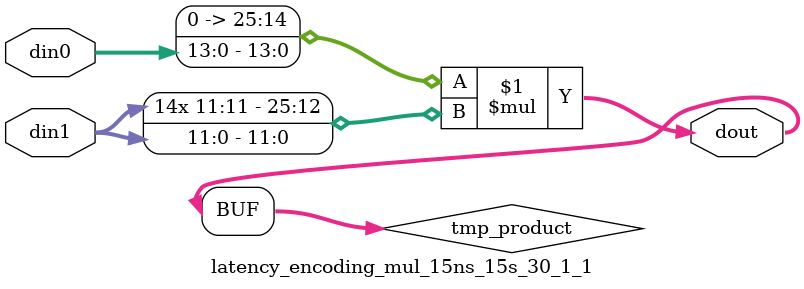
<source format=v>

`timescale 1 ns / 1 ps

 module latency_encoding_mul_15ns_15s_30_1_1(din0, din1, dout);
parameter ID = 1;
parameter NUM_STAGE = 0;
parameter din0_WIDTH = 14;
parameter din1_WIDTH = 12;
parameter dout_WIDTH = 26;

input [din0_WIDTH - 1 : 0] din0; 
input [din1_WIDTH - 1 : 0] din1; 
output [dout_WIDTH - 1 : 0] dout;

wire signed [dout_WIDTH - 1 : 0] tmp_product;

























assign tmp_product = $signed({1'b0, din0}) * $signed(din1);










assign dout = tmp_product;





















endmodule

</source>
